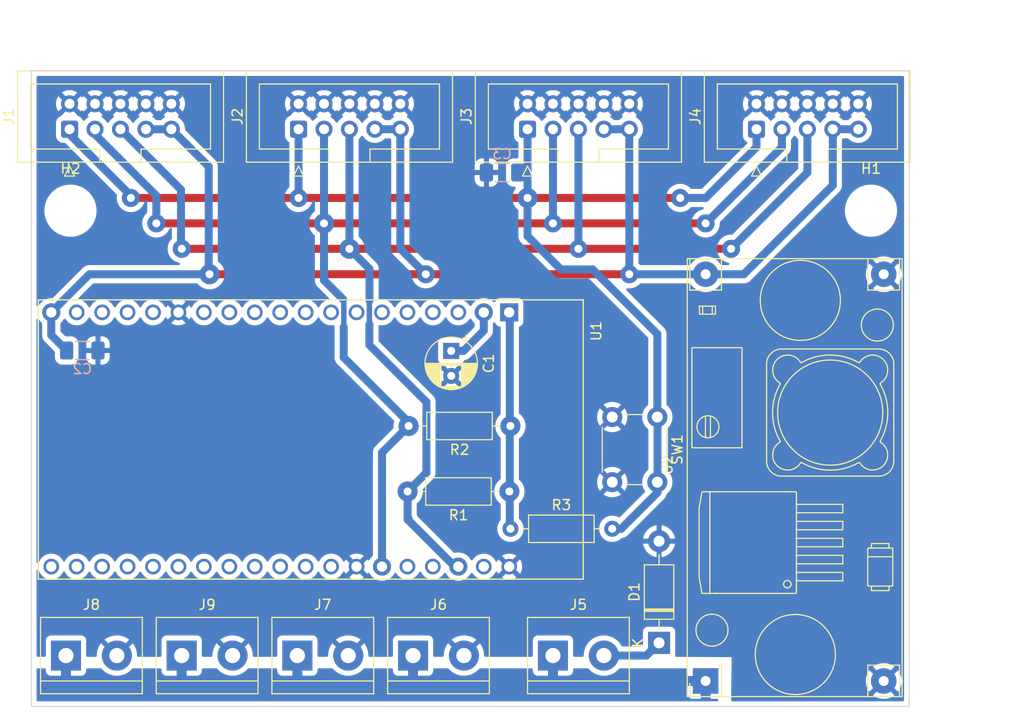
<source format=kicad_pcb>
(kicad_pcb (version 20211014) (generator pcbnew)
  (layers (0 "F.Cu" signal) (31 "B.Cu" signal) (34 "B.Paste" user) (35 "F.Paste" user) (36 "B.SilkS" user "B.Silkscreen") (37 "F.SilkS" user "F.Silkscreen") (38 "B.Mask" user) (39 "F.Mask" user) (44 "Edge.Cuts" user))
  (net 0 "")
  (net 1 "RESET")
  (net 2 "SDA")
  (net 3 "SCL")
  (net 4 "VOut")
  (net 5 "GND")
  (net 6 "VCC")
  (net 37 "Net-(C1-Pad1)")
  (net 38 "Net-(J5-Pad2)")
  (net 39 "Vin")
  (footprint "Resistor_THT:R_Axial_DIN0207_L6.3mm_D2.5mm_P10.16mm_Horizontal" (layer "F.Cu") (at 112.591 76.122341 180)
    (fp_text reference "R2" (at 5.08 -2.37 180) (layer "F.SilkS"))
    (fp_text value "10k")
    (pad "1" thru_hole circle locked (at 0 0 180) (size 2 2) (drill 0.8) (layers *.Cu *.Mask) (net 6 "VCC"))
    (pad "2" thru_hole oval locked (at 10.16 0 180) (size 2 2) (drill 0.8) (layers *.Cu *.Mask) (net 2 "SDA"))
  )
  (footprint "Capacitor_THT:CP_Radial_D5.0mm_P2.50mm" (layer "F.Cu") (at 106.68 68.62 -90)
    (fp_text reference "C1" (at 1.25 -3.75 90) (layer "F.SilkS"))
    (fp_text value "10uF")
    (pad "1" thru_hole rect locked (at 0 0 270) (size 1.6 1.6) (drill 0.8) (layers *.Cu *.Mask) (net 37 "Net-(C1-Pad1)"))
    (pad "2" thru_hole circle locked (at 2.5 0 270) (size 1.6 1.6) (drill 0.8) (layers *.Cu *.Mask) (net 5 "GND"))
  )
  (footprint "TerminalBlock:TerminalBlock_bornier-2_P5.08mm" (layer "F.Cu") (at 102.87 99.06)
    (fp_text reference "J6" (at 2.54 -5.08) (layer "F.SilkS"))
    (fp_text value "24V Out")
    (pad "1" thru_hole rect locked (at 0 0) (size 3 3) (drill 1.52) (layers *.Cu *.Mask) (net 39 "Vin"))
    (pad "2" thru_hole circle locked (at 5.08 0) (size 3 3) (drill 1.52) (layers *.Cu *.Mask) (net 5 "GND"))
  )
  (footprint "TerminalBlock:TerminalBlock_bornier-2_P5.08mm" (layer "F.Cu") (at 116.84 99.06)
    (fp_text reference "J5" (at 2.54 -5.08) (layer "F.SilkS"))
    (fp_text value "24V In")
    (pad "1" thru_hole rect locked (at 0 0) (size 3 3) (drill 1.52) (layers *.Cu *.Mask) (net 39 "Vin"))
    (pad "2" thru_hole circle locked (at 5.08 0) (size 3 3) (drill 1.52) (layers *.Cu *.Mask) (net 38 "Net-(J5-Pad2)"))
  )
  (footprint "TerminalBlock:TerminalBlock_bornier-2_P5.08mm" (layer "F.Cu") (at 91.32 99.06)
    (fp_text reference "J7" (at 2.54 -5.08) (layer "F.SilkS"))
    (fp_text value "24V Out")
    (pad "1" thru_hole rect locked (at 0 0) (size 3 3) (drill 1.52) (layers *.Cu *.Mask) (net 39 "Vin"))
    (pad "2" thru_hole circle locked (at 5.08 0) (size 3 3) (drill 1.52) (layers *.Cu *.Mask) (net 5 "GND"))
  )
  (footprint "Resistor_THT:R_Axial_DIN0207_L6.3mm_D2.5mm_P10.16mm_Horizontal" (layer "F.Cu") (at 112.59555 86.391161)
    (fp_text reference "R3" (at 5.08 -2.37) (layer "F.SilkS"))
    (fp_text value "10k")
    (pad "1" thru_hole circle locked (at 0 0) (size 1.6 1.6) (drill 0.8) (layers *.Cu *.Mask) (net 6 "VCC"))
    (pad "2" thru_hole oval locked (at 10.16 0) (size 1.6 1.6) (drill 0.8) (layers *.Cu *.Mask) (net 1 "RESET"))
  )
  (footprint "ESP32-DEVKITC-32D:MODULE_ESP32-DEVKITC-32D" (layer "F.Cu") (at 92.71 77.47 -90)
    (fp_text reference "U1" (at -10.829175 -28.446045 90) (layer "F.SilkS") (effects (font (size 1.000386 1.000386))))
    (fp_text value "ESP32-DEVKITC-32D")
    (pad "1" thru_hole rect (at -12.7 -19.76 270) (size 1.8 1.8) (drill 1.04) (layers *.Cu *.Mask) (net 6 "VCC"))
    (pad "2" thru_hole circle (at -12.7 -17.22 270) (size 1.8 1.8) (drill 1.04) (layers *.Cu *.Mask) (net 37 "Net-(C1-Pad1)"))
    (pad "3" thru_hole circle (at -12.7 -14.68 270) (size 1.56 1.56) (drill 1.04) (layers *.Cu *.Mask))
    (pad "4" thru_hole circle (at -12.7 -12.14 270) (size 1.56 1.56) (drill 1.04) (layers *.Cu *.Mask))
    (pad "5" thru_hole circle (at -12.7 -9.6 270) (size 1.56 1.56) (drill 1.04) (layers *.Cu *.Mask))
    (pad "6" thru_hole circle (at -12.7 -7.06 270) (size 1.56 1.56) (drill 1.04) (layers *.Cu *.Mask))
    (pad "7" thru_hole circle (at -12.7 -4.52 270) (size 1.56 1.56) (drill 1.04) (layers *.Cu *.Mask))
    (pad "8" thru_hole circle (at -12.7 -1.98 270) (size 1.56 1.56) (drill 1.04) (layers *.Cu *.Mask))
    (pad "9" thru_hole circle (at -12.7 0.56 270) (size 1.56 1.56) (drill 1.04) (layers *.Cu *.Mask))
    (pad "10" thru_hole circle (at -12.7 3.1 270) (size 1.56 1.56) (drill 1.04) (layers *.Cu *.Mask))
    (pad "11" thru_hole circle (at -12.7 5.64 270) (size 1.56 1.56) (drill 1.04) (layers *.Cu *.Mask))
    (pad "12" thru_hole circle (at -12.7 8.18 270) (size 1.56 1.56) (drill 1.04) (layers *.Cu *.Mask))
    (pad "13" thru_hole circle (at -12.7 10.72 270) (size 1.56 1.56) (drill 1.04) (layers *.Cu *.Mask))
    (pad "14" thru_hole circle (at -12.7 13.26 270) (size 1.56 1.56) (drill 1.04) (layers *.Cu *.Mask) (net 5 "GND"))
    (pad "15" thru_hole circle (at -12.7 15.8 270) (size 1.56 1.56) (drill 1.04) (layers *.Cu *.Mask))
    (pad "16" thru_hole circle (at -12.7 18.34 270) (size 1.56 1.56) (drill 1.04) (layers *.Cu *.Mask))
    (pad "17" thru_hole circle (at -12.7 20.88 270) (size 1.56 1.56) (drill 1.04) (layers *.Cu *.Mask))
    (pad "18" thru_hole circle (at -12.7 23.42 270) (size 1.56 1.56) (drill 1.04) (layers *.Cu *.Mask))
    (pad "19" thru_hole circle (at -12.7 25.96 270) (size 1.8 1.8) (drill 1.04) (layers *.Cu *.Mask) (net 4 "VOut"))
    (pad "20" thru_hole circle (at 12.7 -19.76 270) (size 1.56 1.56) (drill 1.04) (layers *.Cu *.Mask) (net 5 "GND"))
    (pad "21" thru_hole circle (at 12.7 -17.22 270) (size 1.56 1.56) (drill 1.04) (layers *.Cu *.Mask))
    (pad "22" thru_hole circle (at 12.7 -14.68 270) (size 1.8 1.8) (drill 1.04) (layers *.Cu *.Mask) (net 3 "SCL"))
    (pad "23" thru_hole circle (at 12.7 -12.14 270) (size 1.56 1.56) (drill 1.04) (layers *.Cu *.Mask))
    (pad "24" thru_hole circle (at 12.7 -9.6 270) (size 1.56 1.56) (drill 1.04) (layers *.Cu *.Mask))
    (pad "25" thru_hole circle (at 12.7 -7.06 270) (size 1.8 1.8) (drill 1.04) (layers *.Cu *.Mask) (net 2 "SDA"))
    (pad "26" thru_hole circle (at 12.7 -4.52 270) (size 1.56 1.56) (drill 1.04) (layers *.Cu *.Mask) (net 5 "GND"))
    (pad "27" thru_hole circle (at 12.7 -1.98 270) (size 1.56 1.56) (drill 1.04) (layers *.Cu *.Mask))
    (pad "28" thru_hole circle (at 12.7 0.56 270) (size 1.56 1.56) (drill 1.04) (layers *.Cu *.Mask))
    (pad "29" thru_hole circle (at 12.7 3.1 270) (size 1.56 1.56) (drill 1.04) (layers *.Cu *.Mask))
    (pad "30" thru_hole circle (at 12.7 5.64 270) (size 1.56 1.56) (drill 1.04) (layers *.Cu *.Mask))
    (pad "31" thru_hole circle (at 12.7 8.18 270) (size 1.56 1.56) (drill 1.04) (layers *.Cu *.Mask))
    (pad "32" thru_hole circle (at 12.7 10.72 270) (size 1.56 1.56) (drill 1.04) (layers *.Cu *.Mask))
    (pad "33" thru_hole circle (at 12.7 13.26 270) (size 1.56 1.56) (drill 1.04) (layers *.Cu *.Mask))
    (pad "34" thru_hole circle (at 12.7 15.8 270) (size 1.56 1.56) (drill 1.04) (layers *.Cu *.Mask))
    (pad "35" thru_hole circle (at 12.7 18.34 270) (size 1.56 1.56) (drill 1.04) (layers *.Cu *.Mask))
    (pad "36" thru_hole circle (at 12.7 20.88 270) (size 1.56 1.56) (drill 1.04) (layers *.Cu *.Mask))
    (pad "37" thru_hole circle (at 12.7 23.42 270) (size 1.56 1.56) (drill 1.04) (layers *.Cu *.Mask))
    (pad "38" thru_hole circle (at 12.7 25.96 270) (size 1.56 1.56) (drill 1.04) (layers *.Cu *.Mask))
  )
  (footprint "Connector_IDC:IDC-Header_2x05_P2.54mm_Vertical" (layer "F.Cu") (at 137.16 46.4725 90)
    (fp_text reference "J4" (at 1.27 -6.1 90) (layer "F.SilkS"))
    (fp_text value "I2C bus")
    (pad "1" thru_hole roundrect locked (at 0 0 90) (size 1.7 1.7) (drill 1) (layers *.Cu *.Mask) (roundrect_rratio 0.1470588235) (net 1 "RESET"))
    (pad "2" thru_hole circle locked (at 2.54 0 90) (size 1.7 1.7) (drill 1) (layers *.Cu *.Mask) (net 5 "GND"))
    (pad "3" thru_hole circle locked (at 0 2.54 90) (size 1.7 1.7) (drill 1) (layers *.Cu *.Mask) (net 2 "SDA"))
    (pad "4" thru_hole circle locked (at 2.54 2.54 90) (size 1.7 1.7) (drill 1) (layers *.Cu *.Mask) (net 5 "GND"))
    (pad "5" thru_hole circle locked (at 0 5.08 90) (size 1.7 1.7) (drill 1) (layers *.Cu *.Mask) (net 3 "SCL"))
    (pad "6" thru_hole circle locked (at 2.54 5.08 90) (size 1.7 1.7) (drill 1) (layers *.Cu *.Mask) (net 5 "GND"))
    (pad "7" thru_hole circle locked (at 0 7.62 90) (size 1.7 1.7) (drill 1) (layers *.Cu *.Mask) (net 4 "VOut"))
    (pad "8" thru_hole circle locked (at 2.54 7.62 90) (size 1.7 1.7) (drill 1) (layers *.Cu *.Mask) (net 5 "GND"))
    (pad "9" thru_hole circle locked (at 0 10.16 90) (size 1.7 1.7) (drill 1) (layers *.Cu *.Mask) (net 4 "VOut"))
    (pad "10" thru_hole circle locked (at 2.54 10.16 90) (size 1.7 1.7) (drill 1) (layers *.Cu *.Mask) (net 5 "GND"))
  )
  (footprint "Connector_IDC:IDC-Header_2x05_P2.54mm_Vertical" (layer "F.Cu") (at 114.3 46.4725 90)
    (fp_text reference "J3" (at 1.27 -6.1 90) (layer "F.SilkS"))
    (fp_text value "I2C bus")
    (pad "1" thru_hole roundrect locked (at 0 0 90) (size 1.7 1.7) (drill 1) (layers *.Cu *.Mask) (roundrect_rratio 0.1470588235) (net 1 "RESET"))
    (pad "2" thru_hole circle locked (at 2.54 0 90) (size 1.7 1.7) (drill 1) (layers *.Cu *.Mask) (net 5 "GND"))
    (pad "3" thru_hole circle locked (at 0 2.54 90) (size 1.7 1.7) (drill 1) (layers *.Cu *.Mask) (net 2 "SDA"))
    (pad "4" thru_hole circle locked (at 2.54 2.54 90) (size 1.7 1.7) (drill 1) (layers *.Cu *.Mask) (net 5 "GND"))
    (pad "5" thru_hole circle locked (at 0 5.08 90) (size 1.7 1.7) (drill 1) (layers *.Cu *.Mask) (net 3 "SCL"))
    (pad "6" thru_hole circle locked (at 2.54 5.08 90) (size 1.7 1.7) (drill 1) (layers *.Cu *.Mask) (net 5 "GND"))
    (pad "7" thru_hole circle locked (at 0 7.62 90) (size 1.7 1.7) (drill 1) (layers *.Cu *.Mask) (net 4 "VOut"))
    (pad "8" thru_hole circle locked (at 2.54 7.62 90) (size 1.7 1.7) (drill 1) (layers *.Cu *.Mask) (net 5 "GND"))
    (pad "9" thru_hole circle locked (at 0 10.16 90) (size 1.7 1.7) (drill 1) (layers *.Cu *.Mask) (net 4 "VOut"))
    (pad "10" thru_hole circle locked (at 2.54 10.16 90) (size 1.7 1.7) (drill 1) (layers *.Cu *.Mask) (net 5 "GND"))
  )
  (footprint "Resistor_THT:R_Axial_DIN0207_L6.3mm_D2.5mm_P10.16mm_Horizontal" (layer "F.Cu") (at 112.488986 82.662192 180)
    (fp_text reference "R1" (at 5.08 -2.37 180) (layer "F.SilkS"))
    (fp_text value "10k")
    (pad "1" thru_hole circle locked (at 0 0 180) (size 2 2) (drill 0.8) (layers *.Cu *.Mask) (net 6 "VCC"))
    (pad "2" thru_hole oval locked (at 10.16 0 180) (size 2 2) (drill 0.8) (layers *.Cu *.Mask) (net 3 "SCL"))
  )
  (footprint "DC-DC-StepDown:DCDC_StepDown_LM2596" (layer "F.Cu") (at 132.08 101.6 90)
    (fp_text reference "U2" (at 21.59 -3.81 90) (layer "F.SilkS"))
    (fp_text value "DC-DC StepDown 5V")
    (pad "1" thru_hole rect (at 0 0 90) (size 2.54 2.54) (drill 1) (layers *.Cu *.Mask) (net 39 "Vin"))
    (pad "2" thru_hole circle (at 0 17.78 90) (size 2.54 2.54) (drill 1) (layers *.Cu *.Mask) (net 5 "GND"))
    (pad "3" thru_hole circle (at 40.64 17.78 90) (size 2.54 2.54) (drill 1) (layers *.Cu *.Mask) (net 5 "GND"))
    (pad "4" thru_hole circle (at 40.64 0 90) (size 2.54 2.54) (drill 1) (layers *.Cu *.Mask) (net 4 "VOut"))
  )
  (footprint "TerminalBlock:TerminalBlock_bornier-2_P5.08mm" (layer "F.Cu") (at 79.77 99.06)
    (fp_text reference "J9" (at 2.54 -5.08) (layer "F.SilkS"))
    (fp_text value "24V Out")
    (pad "1" thru_hole rect locked (at 0 0) (size 3 3) (drill 1.52) (layers *.Cu *.Mask) (net 39 "Vin"))
    (pad "2" thru_hole circle locked (at 5.08 0) (size 3 3) (drill 1.52) (layers *.Cu *.Mask) (net 5 "GND"))
  )
  (footprint "Button_Switch_THT:SW_PUSH_6mm_H5mm" (layer "F.Cu") (at 127.25868 75.229395 -90)
    (fp_text reference "SW1" (at 3.25 -2 90) (layer "F.SilkS"))
    (fp_text value "SW_Push_Dual")
    (pad "1" thru_hole circle locked (at 6.5 0) (size 2 2) (drill 1.1) (layers *.Cu *.Mask) (net 1 "RESET"))
    (pad "1" thru_hole circle locked (at 0 0) (size 2 2) (drill 1.1) (layers *.Cu *.Mask) (net 1 "RESET"))
    (pad "2" thru_hole circle locked (at 0 4.5) (size 2 2) (drill 1.1) (layers *.Cu *.Mask) (net 5 "GND"))
    (pad "2" thru_hole circle locked (at 6.5 4.5) (size 2 2) (drill 1.1) (layers *.Cu *.Mask) (net 5 "GND"))
  )
  (footprint "Diode_THT:D_DO-41_SOD81_P10.16mm_Horizontal" (layer "F.Cu") (at 127.433168 97.79 90)
    (fp_text reference "D1" (at 5.08 -2.47 90) (layer "F.SilkS"))
    (fp_text value "1N5819")
    (fp_text user "K" (at 0 -2.1 90) (layer "F.SilkS"))
    (pad "1" thru_hole rect locked (at 0 0 90) (size 2.2 2.2) (drill 1.1) (layers *.Cu *.Mask) (net 38 "Net-(J5-Pad2)"))
    (pad "2" thru_hole oval locked (at 10.16 0 90) (size 2.2 2.2) (drill 1.1) (layers *.Cu *.Mask) (net 5 "GND"))
  )
  (footprint "MountingHole:MountingHole_3.2mm_M3" (layer "F.Cu") (at 148.59 54.61)
    (fp_text reference "H1" (at 0 -4.2) (layer "F.SilkS"))
    (fp_text value "MountingHole")
    (pad "" np_thru_hole circle locked (at 0 0) (size 3.2 3.2) (drill 3.2) (layers *.Cu *.Mask))
  )
  (footprint "Connector_IDC:IDC-Header_2x05_P2.54mm_Vertical" (layer "F.Cu") (at 68.58 46.4725 90)
    (fp_text reference "J1" (at 1.27 -6.1 90) (layer "F.SilkS"))
    (fp_text value "I2C bus")
    (pad "1" thru_hole roundrect locked (at 0 0 90) (size 1.7 1.7) (drill 1) (layers *.Cu *.Mask) (roundrect_rratio 0.1470588235) (net 1 "RESET"))
    (pad "2" thru_hole circle locked (at 2.54 0 90) (size 1.7 1.7) (drill 1) (layers *.Cu *.Mask) (net 5 "GND"))
    (pad "3" thru_hole circle locked (at 0 2.54 90) (size 1.7 1.7) (drill 1) (layers *.Cu *.Mask) (net 2 "SDA"))
    (pad "4" thru_hole circle locked (at 2.54 2.54 90) (size 1.7 1.7) (drill 1) (layers *.Cu *.Mask) (net 5 "GND"))
    (pad "5" thru_hole circle locked (at 0 5.08 90) (size 1.7 1.7) (drill 1) (layers *.Cu *.Mask) (net 3 "SCL"))
    (pad "6" thru_hole circle locked (at 2.54 5.08 90) (size 1.7 1.7) (drill 1) (layers *.Cu *.Mask) (net 5 "GND"))
    (pad "7" thru_hole circle locked (at 0 7.62 90) (size 1.7 1.7) (drill 1) (layers *.Cu *.Mask) (net 4 "VOut"))
    (pad "8" thru_hole circle locked (at 2.54 7.62 90) (size 1.7 1.7) (drill 1) (layers *.Cu *.Mask) (net 5 "GND"))
    (pad "9" thru_hole circle locked (at 0 10.16 90) (size 1.7 1.7) (drill 1) (layers *.Cu *.Mask) (net 4 "VOut"))
    (pad "10" thru_hole circle locked (at 2.54 10.16 90) (size 1.7 1.7) (drill 1) (layers *.Cu *.Mask) (net 5 "GND"))
  )
  (footprint "TerminalBlock:TerminalBlock_bornier-2_P5.08mm" (layer "F.Cu") (at 68.22 99.06)
    (fp_text reference "J8" (at 2.54 -5.08) (layer "F.SilkS"))
    (fp_text value "24V Out")
    (pad "1" thru_hole rect locked (at 0 0) (size 3 3) (drill 1.52) (layers *.Cu *.Mask) (net 39 "Vin"))
    (pad "2" thru_hole circle locked (at 5.08 0) (size 3 3) (drill 1.52) (layers *.Cu *.Mask) (net 5 "GND"))
  )
  (footprint "MountingHole:MountingHole_3.2mm_M3" (layer "F.Cu") (at 68.668035 54.61)
    (fp_text reference "H2" (at 0 -4.2) (layer "F.SilkS"))
    (fp_text value "MountingHole")
    (pad "" np_thru_hole circle locked (at 0 0) (size 3.2 3.2) (drill 3.2) (layers *.Cu *.Mask))
  )
  (footprint "Connector_IDC:IDC-Header_2x05_P2.54mm_Vertical" (layer "F.Cu") (at 91.44 46.4725 90)
    (fp_text reference "J2" (at 1.27 -6.1 90) (layer "F.SilkS"))
    (fp_text value "I2C bus")
    (pad "1" thru_hole roundrect locked (at 0 0 90) (size 1.7 1.7) (drill 1) (layers *.Cu *.Mask) (roundrect_rratio 0.1470588235) (net 1 "RESET"))
    (pad "2" thru_hole circle locked (at 2.54 0 90) (size 1.7 1.7) (drill 1) (layers *.Cu *.Mask) (net 5 "GND"))
    (pad "3" thru_hole circle locked (at 0 2.54 90) (size 1.7 1.7) (drill 1) (layers *.Cu *.Mask) (net 2 "SDA"))
    (pad "4" thru_hole circle locked (at 2.54 2.54 90) (size 1.7 1.7) (drill 1) (layers *.Cu *.Mask) (net 5 "GND"))
    (pad "5" thru_hole circle locked (at 0 5.08 90) (size 1.7 1.7) (drill 1) (layers *.Cu *.Mask) (net 3 "SCL"))
    (pad "6" thru_hole circle locked (at 2.54 5.08 90) (size 1.7 1.7) (drill 1) (layers *.Cu *.Mask) (net 5 "GND"))
    (pad "7" thru_hole circle locked (at 0 7.62 90) (size 1.7 1.7) (drill 1) (layers *.Cu *.Mask) (net 4 "VOut"))
    (pad "8" thru_hole circle locked (at 2.54 7.62 90) (size 1.7 1.7) (drill 1) (layers *.Cu *.Mask) (net 5 "GND"))
    (pad "9" thru_hole circle locked (at 0 10.16 90) (size 1.7 1.7) (drill 1) (layers *.Cu *.Mask) (net 4 "VOut"))
    (pad "10" thru_hole circle locked (at 2.54 10.16 90) (size 1.7 1.7) (drill 1) (layers *.Cu *.Mask) (net 5 "GND"))
  )
  (footprint "Capacitor_SMD:C_1206_3216Metric_Pad1.33x1.80mm_HandSolder" (layer "B.Cu") (at 69.85 68.58)
    (fp_text reference "C2" (at 0 1.85) (layer "B.SilkS") (effects (justify mirror)))
    (fp_text value "100n")
    (pad "1" smd roundrect locked (at -1.5625 0) (size 1.325 1.8) (layers "B.Cu" "B.Paste" "B.Mask") (roundrect_rratio 0.1886792453) (net 4 "VOut"))
    (pad "2" smd roundrect locked (at 1.5625 0) (size 1.325 1.8) (layers "B.Cu" "B.Paste" "B.Mask") (roundrect_rratio 0.1886792453) (net 5 "GND"))
  )
  (footprint "Capacitor_SMD:C_1206_3216Metric_Pad1.33x1.80mm_HandSolder" (layer "B.Cu") (at 111.76 50.8 180)
    (fp_text reference "C3" (at 0 1.85) (layer "B.SilkS") (effects (justify mirror)))
    (fp_text value "100n")
    (pad "1" smd roundrect locked (at -1.5625 0 180) (size 1.325 1.8) (layers "B.Cu" "B.Paste" "B.Mask") (roundrect_rratio 0.1886792453) (net 1 "RESET"))
    (pad "2" smd roundrect locked (at 1.5625 0 180) (size 1.325 1.8) (layers "B.Cu" "B.Paste" "B.Mask") (roundrect_rratio 0.1886792453) (net 5 "GND"))
  )
  (gr_rect (start 152.4 40.64) (end 64.77 104.14) (layer "Edge.Cuts") (width 0.1) (fill none))
  (segment (start 114.3 53.34) (end 129.54 53.34) (width 0.8) (layer "F.Cu") (net 1))
  (segment (start 74.7005 53.34) (end 91.44 53.34) (width 0.8) (layer "F.Cu") (net 1))
  (segment (start 114.3 53.34) (end 91.44 53.34) (width 0.8) (layer "F.Cu") (net 1))
  (via (at 74.7005 53.34) (size 1.8) (drill 0.8) (layers "F.Cu" "B.Cu") (net 1))
  (via (at 91.44 53.34) (size 1.8) (drill 0.8) (layers "F.Cu" "B.Cu") (net 1))
  (via (at 129.54 53.34) (size 1.8) (drill 0.8) (layers "F.Cu" "B.Cu") (net 1))
  (via (at 114.3 53.34) (size 2) (drill 0.8) (layers "F.Cu" "B.Cu") (net 1))
  (segment (start 132.08 53.34) (end 137.16 48.26) (width 0.8) (layer "B.Cu") (net 1))
  (segment (start 123.651716 86.391161) (end 127.278197 82.76468) (width 0.8) (layer "B.Cu") (net 1))
  (segment (start 68.58 46.99) (end 68.58 46.4725) (width 0.8) (layer "B.Cu") (net 1))
  (segment (start 114.3 57.15) (end 114.3 53.34) (width 0.8) (layer "B.Cu") (net 1))
  (segment (start 137.16 48.26) (end 137.16 46.4725) (width 0.8) (layer "B.Cu") (net 1))
  (segment (start 127.278197 82.76468) (end 127.278197 75.248912) (width 0.8) (layer "B.Cu") (net 1))
  (segment (start 120.80412 60.47912) (end 117.62912 60.47912) (width 0.8) (layer "B.Cu") (net 1))
  (segment (start 127.25868 75.229395) (end 127.25868 66.93368) (width 0.8) (layer "B.Cu") (net 1))
  (segment (start 127.25868 66.93368) (end 120.80412 60.47912) (width 0.8) (layer "B.Cu") (net 1))
  (segment (start 127.278197 75.248912) (end 127.25868 75.229395) (width 0.8) (layer "B.Cu") (net 1))
  (segment (start 117.62912 60.47912) (end 114.3 57.15) (width 0.8) (layer "B.Cu") (net 1))
  (segment (start 129.54 53.34) (end 132.08 53.34) (width 0.8) (layer "B.Cu") (net 1))
  (segment (start 74.7005 53.1105) (end 68.58 46.99) (width 0.8) (layer "B.Cu") (net 1))
  (segment (start 114.3 46.4725) (end 114.3 53.34) (width 0.8) (layer "B.Cu") (net 1))
  (segment (start 122.75555 86.391161) (end 123.651716 86.391161) (width 0.8) (layer "B.Cu") (net 1))
  (segment (start 91.44 46.4725) (end 91.44 53.34) (width 0.8) (layer "B.Cu") (net 1))
  (segment (start 74.7005 53.34) (end 74.7005 53.1105) (width 0.8) (layer "B.Cu") (net 1))
  (segment (start 77.2405 55.88) (end 93.98 55.88) (width 0.8) (layer "F.Cu") (net 2))
  (segment (start 93.98 55.88) (end 116.84 55.88) (width 0.8) (layer "F.Cu") (net 2))
  (segment (start 116.84 55.88) (end 132.08 55.88) (width 0.8) (layer "F.Cu") (net 2))
  (via (at 116.84 55.88) (size 1.8) (drill 0.8) (layers "F.Cu" "B.Cu") (net 2))
  (via (at 132.08 55.88) (size 1.8) (drill 0.8) (layers "F.Cu" "B.Cu") (net 2))
  (via (at 93.98 55.88) (size 2) (drill 0.8) (layers "F.Cu" "B.Cu") (net 2))
  (via (at 77.2405 55.88) (size 1.8) (drill 0.8) (layers "F.Cu" "B.Cu") (net 2))
  (segment (start 95.896524 63.474691) (end 93.98 61.558167) (width 0.8) (layer "B.Cu") (net 2))
  (segment (start 71.12 46.99) (end 71.12 46.4725) (width 0.8) (layer "B.Cu") (net 2))
  (segment (start 95.948582 66.242681) (end 95.948582 69.278582) (width 0.8) (layer "B.Cu") (net 2))
  (segment (start 116.84 46.4725) (end 116.84 55.88) (width 0.8) (layer "B.Cu") (net 2))
  (segment (start 102.431 76.122341) (end 99.773604 78.779737) (width 0.8) (layer "B.Cu") (net 2))
  (segment (start 99.773604 90.166396) (end 99.77 90.17) (width 0.8) (layer "B.Cu") (net 2))
  (segment (start 99.773604 78.779737) (end 99.773604 90.166396) (width 0.8) (layer "B.Cu") (net 2))
  (segment (start 95.962231 63.643438) (end 95.93171 63.612917) (width 0.55) (layer "B.Cu") (net 2))
  (segment (start 95.948582 69.278582) (end 102.431 75.761) (width 0.8) (layer "B.Cu") (net 2))
  (segment (start 77.2405 55.88) (end 77.2405 53.1105) (width 0.8) (layer "B.Cu") (net 2))
  (segment (start 95.93171 66.148851) (end 95.962231 66.11833) (width 0.55) (layer "B.Cu") (net 2))
  (segment (start 93.98 61.558167) (end 93.98 55.88) (width 0.8) (layer "B.Cu") (net 2))
  (segment (start 77.2405 53.1105) (end 71.12 46.99) (width 0.8) (layer "B.Cu") (net 2))
  (segment (start 139.7 48.26) (end 139.7 46.4725) (width 0.8) (layer "B.Cu") (net 2))
  (segment (start 132.08 55.88) (end 139.7 48.26) (width 0.8) (layer "B.Cu") (net 2))
  (segment (start 95.962231 66.11833) (end 95.962231 63.643438) (width 0.55) (layer "B.Cu") (net 2))
  (segment (start 102.431 75.761) (end 102.431 76.122341) (width 0.8) (layer "B.Cu") (net 2))
  (segment (start 93.98 46.4725) (end 93.98 55.88) (width 0.8) (layer "B.Cu") (net 2))
  (segment (start 119.38 58.42) (end 134.62 58.42) (width 0.8) (layer "F.Cu") (net 3))
  (segment (start 79.7805 58.42) (end 119.38 58.42) (width 0.8) (layer "F.Cu") (net 3))
  (via (at 79.7805 58.42) (size 1.8) (drill 0.8) (layers "F.Cu" "B.Cu") (net 3))
  (via (at 96.52 58.42) (size 2) (drill 0.8) (layers "F.Cu" "B.Cu") (net 3))
  (via (at 119.38 58.42) (size 1.8) (drill 0.8) (layers "F.Cu" "B.Cu") (net 3))
  (via (at 134.62 58.42) (size 1.8) (drill 0.8) (layers "F.Cu" "B.Cu") (net 3))
  (segment (start 107.035155 90.17) (end 107.39 90.17) (width 0.8) (layer "B.Cu") (net 3))
  (segment (start 96.52 58.42) (end 98.522327 60.422327) (width 0.8) (layer "B.Cu") (net 3))
  (segment (start 119.38 46.4725) (end 119.38 58.42) (width 0.8) (layer "B.Cu") (net 3))
  (segment (start 79.7805 58.42) (end 79.701943 58.341443) (width 0.8) (layer "B.Cu") (net 3))
  (segment (start 142.24 50.8) (end 142.24 46.4725) (width 0.8) (layer "B.Cu") (net 3))
  (segment (start 104.199149 80.792029) (end 102.328986 82.662192) (width 0.8) (layer "B.Cu") (net 3))
  (segment (start 98.522327 65.993084) (end 98.510598 66.004813) (width 0.8) (layer "B.Cu") (net 3))
  (segment (start 96.52 46.4725) (end 96.52 58.42) (width 0.8) (layer "B.Cu") (net 3))
  (segment (start 98.510598 68.030598) (end 104.210372 73.730372) (width 0.8) (layer "B.Cu") (net 3))
  (segment (start 102.428873 85.396966) (end 102.345497 85.480342) (width 0.8) (layer "B.Cu") (net 3))
  (segment (start 104.210372 73.730372) (end 104.210372 74.947593) (width 0.8) (layer "B.Cu") (net 3))
  (segment (start 98.510598 66.004813) (end 98.510598 68.030598) (width 0.8) (layer "B.Cu") (net 3))
  (segment (start 102.345497 85.480342) (end 107.035155 90.17) (width 0.8) (layer "B.Cu") (net 3))
  (segment (start 98.522327 60.422327) (end 98.522327 63.565229) (width 0.8) (layer "B.Cu") (net 3))
  (segment (start 104.199149 74.995153) (end 104.199149 80.792029) (width 0.8) (layer "B.Cu") (net 3))
  (segment (start 79.701943 52.514443) (end 73.66 46.4725) (width 0.8) (layer "B.Cu") (net 3))
  (segment (start 102.328986 82.662192) (end 102.328986 85.462119) (width 0.8) (layer "B.Cu") (net 3))
  (segment (start 98.510598 65.996793) (end 98.510598 63.573249) (width 0.55) (layer "B.Cu") (net 3))
  (segment (start 79.701943 58.341443) (end 79.701943 52.514443) (width 0.8) (layer "B.Cu") (net 3))
  (segment (start 134.62 58.42) (end 142.24 50.8) (width 0.8) (layer "B.Cu") (net 3))
  (segment (start 82.55 60.96) (end 124.46 60.96) (width 0.8) (layer "F.Cu") (net 4))
  (via (at 104.14 60.96) (size 1.8) (drill 0.8) (layers "F.Cu" "B.Cu") (net 4))
  (via (at 124.46 60.96) (size 1.8) (drill 0.8) (layers "F.Cu" "B.Cu") (net 4))
  (via (at 82.55 60.96) (size 2) (drill 0.8) (layers "F.Cu" "B.Cu") (net 4))
  (segment (start 99.06 46.4725) (end 101.6 46.4725) (width 0.8) (layer "B.Cu") (net 4))
  (segment (start 132.08 60.96) (end 135.89 60.96) (width 0.8) (layer "B.Cu") (net 4))
  (segment (start 66.75 64.77) (end 66.75 67.0425) (width 0.8) (layer "B.Cu") (net 4))
  (segment (start 82.55 60.96) (end 82.46974 60.87974) (width 0.8) (layer "B.Cu") (net 4))
  (segment (start 124.46 46.4725) (end 124.46 60.96) (width 0.8) (layer "B.Cu") (net 4))
  (segment (start 132.08 60.96) (end 124.46 60.96) (width 0.8) (layer "B.Cu") (net 4))
  (segment (start 70.56 60.96) (end 66.75 64.77) (width 0.8) (layer "B.Cu") (net 4))
  (segment (start 124.46 46.4725) (end 121.92 46.4725) (width 0.8) (layer "B.Cu") (net 4))
  (segment (start 76.2 46.4725) (end 78.74 46.4725) (width 0.8) (layer "B.Cu") (net 4))
  (segment (start 135.89 60.96) (end 144.78 52.07) (width 0.8) (layer "B.Cu") (net 4))
  (segment (start 82.55 60.96) (end 70.56 60.96) (width 0.8) (layer "B.Cu") (net 4))
  (segment (start 82.46974 60.87974) (end 82.46974 50.20224) (width 0.8) (layer "B.Cu") (net 4))
  (segment (start 101.6 46.4725) (end 101.6 58.42) (width 0.8) (layer "B.Cu") (net 4))
  (segment (start 82.46974 50.20224) (end 78.74 46.4725) (width 0.8) (layer "B.Cu") (net 4))
  (segment (start 147.32 46.4725) (end 144.78 46.4725) (width 0.8) (layer "B.Cu") (net 4))
  (segment (start 66.75 67.0425) (end 68.2875 68.58) (width 0.8) (layer "B.Cu") (net 4))
  (segment (start 101.6 58.42) (end 104.14 60.96) (width 0.8) (layer "B.Cu") (net 4))
  (segment (start 144.78 52.07) (end 144.78 46.4725) (width 0.8) (layer "B.Cu") (net 4))
  (segment (start 112.47 64.77) (end 112.529149 64.829149) (width 0.8) (layer "B.Cu") (net 6))
  (segment (start 112.529149 64.829149) (end 112.529149 85.865153) (width 0.8) (layer "B.Cu") (net 6))
  (segment (start 109.93 66.6) (end 107.91 68.62) (width 0.8) (layer "B.Cu") (net 37))
  (segment (start 107.91 68.62) (end 106.68 68.62) (width 0.8) (layer "B.Cu") (net 37))
  (segment (start 109.93 64.77) (end 109.93 66.6) (width 0.8) (layer "B.Cu") (net 37))
  (segment (start 126.163168 99.06) (end 127.433168 97.79) (width 0.8) (layer "B.Cu") (net 38))
  (segment (start 121.92 99.06) (end 126.163168 99.06) (width 0.8) (layer "B.Cu") (net 38))
  (segment (start 103.23 99.06) (end 102.87 99.42) (width 0.8) (layer "B.Cu") (net 39))
  (segment (start 79.77 99.06) (end 80.01 99.3) (width 0.8) (layer "B.Cu") (net 39))
  (zone (net 39) (net_name "Vin") (layer "B.Cu") (connect_pads (clearance 0.508)) (min_thickness 0.254) (fill yes (thermal_gap 0.508) (thermal_bridge_width 1))
    (polygon (pts (xy 133.35 104.14) (xy 64.77 104.14) (xy 64.77 100.33) (xy 133.35 100.33)))
  )
  (zone (net 5) (net_name "GND") (layer "B.Cu") (connect_pads (clearance 0.508)) (min_thickness 0.254) (fill yes (thermal_gap 0.508) (thermal_bridge_width 0.508))
    (polygon (pts (xy 152.4 104.14) (xy 134.62 104.14) (xy 134.673242 99.219243) (xy 129.54 99.187507) (xy 64.770001 99.187507) (xy 64.77 40.64) (xy 152.4 40.64)))
  )
)
</source>
